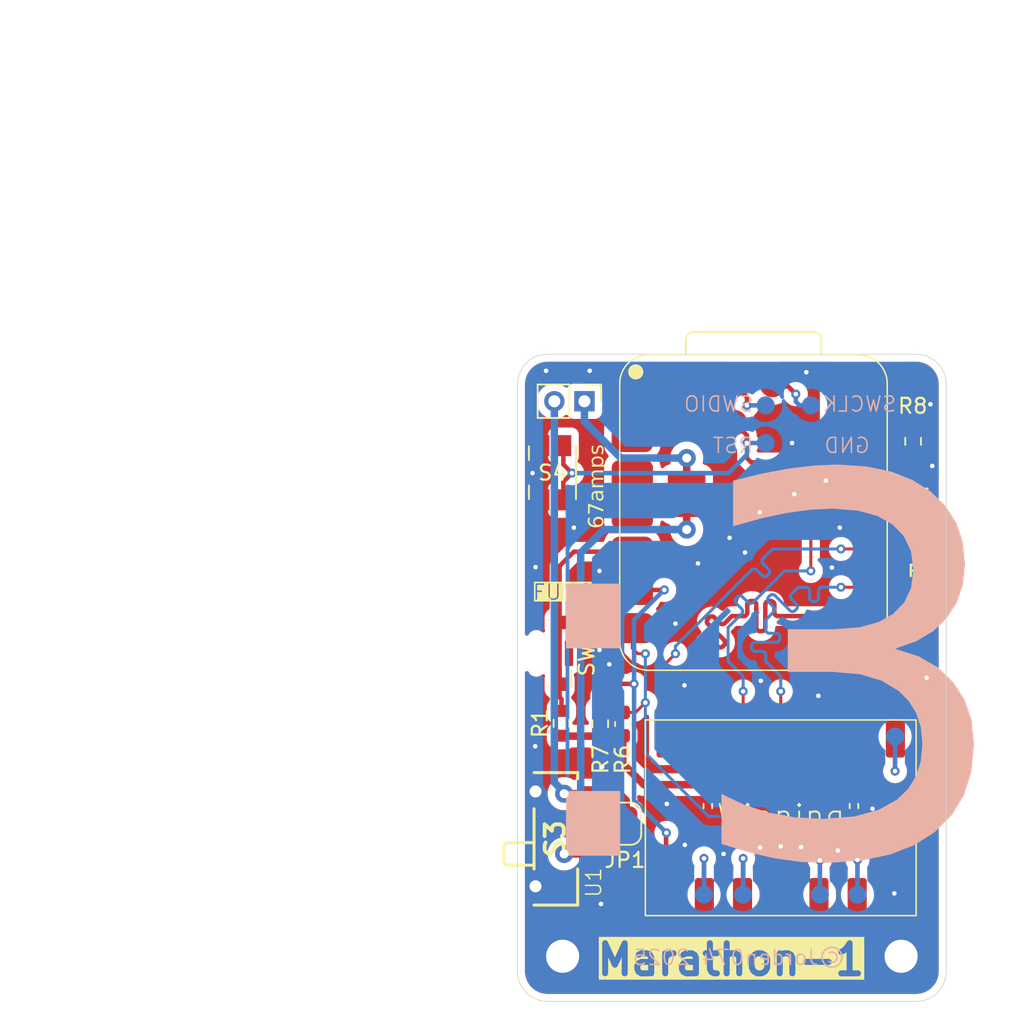
<source format=kicad_pcb>
(kicad_pcb (version 20241229) (generator "pcbnew") (generator_version "9.0")
  (title_block (title "Marathon-1") (company "© Jorden074 2025"))
  (layers (0 "F.Cu" mixed) (2 "B.Cu" mixed) (13 "F.Paste" user) (15 "B.Paste" user) (5 "F.SilkS" user "F.Silkscreen") (7 "B.SilkS" user "B.Silkscreen") (1 "F.Mask" user) (3 "B.Mask" user) (25 "Edge.Cuts" user))
  (net 0 "")
  (net 1 "SWCLK")
  (net 2 "SWDIO")
  (net 3 "GND")
  (net 4 "+3V3")
  (net 5 "RESET")
  (net 6 "SDO")
  (net 7 "unconnected-(U1-SDX-Pad12)")
  (net 8 "SCK")
  (net 9 "unconnected-(U1-OSDO-Pad1)")
  (net 10 "CLK_CTL")
  (net 11 "CS")
  (net 12 "unconnected-(U1-OCS-Pad8)")
  (net 13 "SDI")
  (net 14 "unconnected-(U1-SCX-Pad11)")
  (net 15 "unconnected-(U1-CLK-Pad9)")
  (net 16 "INT1")
  (net 17 "-BATT")
  (net 20 "+BATT")
  (net 21 "+5V")
  (net 27 "Net-(U2-P0.04_A4_D4_SDA)")
  (net 28 "Net-(JP1-A)")
  (footprint "Package_DFN_QFN:Kouno ICM-45686 + QMC6309 Module" (layer "F.Cu") (at 151.95 106.983125 -90)
    (property "Reference" "U1" (hide yes))
    (property "Value" "~" (hide yes))
    (fp_rect (start -6.5 -9) (end 6.5 9) (stroke (width 0.1)) (fill no) (layer "F.SilkS"))
    (pad "1" smd roundrect (at -5.47625 -7.62 270) (size 2.9525 1.27) (layers "F.Cu" "F.Mask" "F.Paste") (roundrect_rratio 0.15) (net 9 "unconnected-(U1-OSDO-Pad1)"))
    (pad "2" smd roundrect (at -5.47625 -5.08 270) (size 2.9525 1.27) (layers "F.Cu" "F.Mask" "F.Paste") (roundrect_rratio 0.15) (net 4 "+3V3"))
    (pad "3" smd roundrect (at -5.47625 -2.54 270) (size 2.9525 1.27) (layers "F.Cu" "F.Mask" "F.Paste") (roundrect_rratio 0.15) (net 3 "GND"))
    (pad "4" smd roundrect (at -5.47625 0 270) (size 2.9525 1.27) (layers "F.Cu" "F.Mask" "F.Paste") (roundrect_rratio 0.15) (net 8 "SCK"))
    (pad "5" smd roundrect (at -5.47625 2.54 270) (size 2.9525 1.27) (layers "F.Cu" "F.Mask" "F.Paste") (roundrect_rratio 0.15) (net 13 "SDI"))
    (pad "6" smd roundrect (at -5.47625 5.08 270) (size 2.9525 1.27) (layers "F.Cu" "F.Mask" "F.Paste") (roundrect_rratio 0.15) (net 11 "CS"))
    (pad "7" smd roundrect (at -5.47625 7.62 270) (size 2.9525 1.27) (layers "F.Cu" "F.Mask" "F.Paste") (roundrect_rratio 0.15) (net 6 "SDO"))
    (pad "8" smd roundrect (at 5.47625 -5.08 270) (size 2.9525 1.27) (layers "F.Cu" "F.Mask" "F.Paste") (roundrect_rratio 0.15) (net 12 "unconnected-(U1-OCS-Pad8)"))
    (pad "9" smd roundrect (at 5.47625 -2.54 270) (size 2.9525 1.27) (layers "F.Cu" "F.Mask" "F.Paste") (roundrect_rratio 0.15) (net 15 "unconnected-(U1-CLK-Pad9)"))
    (pad "10" smd roundrect (at 5.47625 0 270) (size 2.9525 1.27) (layers "F.Cu" "F.Mask" "F.Paste") (roundrect_rratio 0.15) (net 16 "INT1"))
    (pad "11" smd roundrect (at 5.47625 2.54 270) (size 2.9525 1.27) (layers "F.Cu" "F.Mask" "F.Paste") (roundrect_rratio 0.15) (net 14 "unconnected-(U1-SCX-Pad11)"))
    (pad "12" smd roundrect (at 5.47625 5.08 270) (size 2.9525 1.27) (layers "F.Cu" "F.Mask" "F.Paste") (roundrect_rratio 0.15) (net 7 "unconnected-(U1-SDX-Pad12)"))
    (pad "13" smd roundrect (at 5.47625 7.62 270) (size 2.9525 1.27) (layers "F.Cu" "F.Mask" "F.Paste") (roundrect_rratio 0.15) (net 10 "CLK_CTL"))
  )
  (footprint "EVQ_P7A01P:SW_EVQ-P7A01P" (layer "F.Cu") (at 136.775 84.058125 -90)
    (property "Reference" "S4" (at 0 0 0) (layer "F.SilkS"))
    (property "Value" "EVQ-P7A01P")
    (fp_line (start -0.85 1.5635) (end -1.75 1.5635) (stroke (width 0.127)) (layer "F.SilkS"))
    (fp_line (start 1.75 1.5635) (end 0.85 1.5635) (stroke (width 0.127)) (layer "F.SilkS"))
    (fp_line (start -1.75 -1.5635) (end 1.75 -1.5635) (stroke (width 0.127)) (layer "F.SilkS"))
    (pad "1_1" smd rect (at -1.8 -0.725 270) (size 1.4 1.05) (layers "F.Cu" "F.Mask" "F.Paste") (net 5 "RESET"))
    (pad "1_2" smd rect (at 1.8 -0.725 270) (size 1.4 1.05) (layers "F.Cu" "F.Mask" "F.Paste") (net 5 "RESET"))
    (pad "2_1" smd rect (at -1.8 0.725 270) (size 1.4 1.05) (layers "F.Cu" "F.Mask" "F.Paste") (net 3 "GND"))
    (pad "2_2" smd rect (at 1.8 0.725 270) (size 1.4 1.05) (layers "F.Cu" "F.Mask" "F.Paste") (net 3 "GND"))
  )
  (footprint "Seeed Studio XIAO Series Library:XIAO-nRF52840-SMD" (layer "F.Cu") (at 150.19285 86.763066)
    (property "Reference" "U2" (hide yes))
    (property "Value" "XIAO-nRF52840-SMD")
    (fp_line (start -8.945 8.513) (end -8.945 -8.632) (stroke (width 0.1)) (layer "F.SilkS"))
    (fp_line (start -7.04 10.418) (end 6.93 10.418) (stroke (width 0.1)) (layer "F.SilkS"))
    (fp_line (start -4.55 -10.537) (end -4.546272 -11.547272) (stroke (width 0.127)) (layer "F.SilkS"))
    (fp_line (start -4.046272 -12.047) (end 3.949 -12.047) (stroke (width 0.127)) (layer "F.SilkS"))
    (fp_line (start 4.449 -11.547) (end 4.449 -10.537) (stroke (width 0.127)) (layer "F.SilkS"))
    (fp_line (start 6.93 -10.537) (end -7.04 -10.537) (stroke (width 0.1)) (layer "F.SilkS"))
    (fp_line (start 8.835 8.513) (end 8.835 -8.632) (stroke (width 0.1)) (layer "F.SilkS"))
    (fp_arc (start -8.945 -8.636) (mid -8.387038 -9.983038) (end -7.04 -10.541) (stroke (width 0.1)) (layer "F.SilkS"))
    (fp_arc (start -7.04 10.418) (mid -8.387038 9.860038) (end -8.945 8.513) (stroke (width 0.1)) (layer "F.SilkS"))
    (fp_arc (start -4.546272 -11.547272) (mid -4.399724 -11.900644) (end -4.046272 -12.047) (stroke (width 0.127)) (layer "F.SilkS"))
    (fp_arc (start 3.949 -12.047) (mid 4.302524 -11.900524) (end 4.449 -11.547) (stroke (width 0.127)) (layer "F.SilkS"))
    (fp_arc (start 6.93 -10.537) (mid 8.277024 -9.979024) (end 8.835 -8.632) (stroke (width 0.1)) (layer "F.SilkS"))
    (fp_arc (start 8.835 8.513) (mid 8.277038 9.860038) (end 6.93 10.418) (stroke (width 0.1)) (layer "F.SilkS"))
    (fp_circle (center -7.881 -9.404) (end -7.881 -9.658) (stroke (width 0.5)) (fill yes) (layer "F.SilkS"))
    (pad "1" smd roundrect (at -8.11 -7.62) (size 2.75 2) (layers "F.Cu" "F.Mask" "F.Paste"))
    (pad "2" smd roundrect (at -8.11 -5.08) (size 2.75 2) (layers "F.Cu" "F.Mask" "F.Paste"))
    (pad "3" smd roundrect (at -8.11 -2.54) (size 2.75 2) (layers "F.Cu" "F.Mask" "F.Paste"))
    (pad "4" smd roundrect (at -8.11 0) (size 2.75 2) (layers "F.Cu" "F.Mask" "F.Paste"))
    (pad "5" smd roundrect (at -8.11 2.54) (size 2.75 2) (layers "F.Cu" "F.Mask" "F.Paste") (net 27 "Net-(U2-P0.04_A4_D4_SDA)"))
    (pad "6" smd roundrect (at -8.11 5.08) (size 2.75 2) (layers "F.Cu" "F.Mask" "F.Paste") (net 10 "CLK_CTL"))
    (pad "7" smd roundrect (at -8.11 7.62) (size 2.75 2) (layers "F.Cu" "F.Mask" "F.Paste") (net 16 "INT1"))
    (pad "8" smd roundrect (at 8.055 7.62) (size 2.75 2) (layers "F.Cu" "F.Mask" "F.Paste") (net 11 "CS"))
    (pad "9" smd roundrect (at 8.055 5.08) (size 2.75 2) (layers "F.Cu" "F.Mask" "F.Paste") (net 8 "SCK"))
    (pad "10" smd roundrect (at 8.055 2.54) (size 2.75 2) (layers "F.Cu" "F.Mask" "F.Paste") (net 6 "SDO"))
    (pad "11" smd roundrect (at 8.055 0) (size 2.75 2) (layers "F.Cu" "F.Mask" "F.Paste") (net 13 "SDI"))
    (pad "12" smd roundrect (at 8.055 -2.54) (size 2.75 2) (layers "F.Cu" "F.Mask" "F.Paste") (net 4 "+3V3"))
    (pad "13" smd roundrect (at 8.055 -5.08) (size 2.75 2) (layers "F.Cu" "F.Mask" "F.Paste") (net 3 "GND"))
    (pad "14" smd roundrect (at 8.055 -7.62) (size 2.75 2) (layers "F.Cu" "F.Mask" "F.Paste") (net 21 "+5V"))
    (pad "15" smd roundrect (at -4.5 -0.3135 180) (size 2.5 1.1) (layers "F.Cu" "F.Mask" "F.Paste") (net 28 "Net-(JP1-A)"))
    (pad "16" smd roundrect (at -4.5 -2.2185 180) (size 2.5 1.1) (layers "F.Cu" "F.Mask" "F.Paste") (net 17 "-BATT"))
    (pad "17" smd roundrect (at 3.755 9.2369 270) (size 2.5 1.1) (layers "F.Cu" "F.Mask" "F.Paste"))
    (pad "18" smd roundrect (at 5.66 9.2369 270) (size 2.5 1.1) (layers "F.Cu" "F.Mask" "F.Paste"))
    (pad "19" smd circle (at -1.325 -8.5685) (size 1.7 1.7) (layers "F.Cu" "F.Mask" "F.Paste") (net 2 "SWDIO"))
    (pad "20" smd circle (at 1.215 -8.5685) (size 1.7 1.7) (layers "F.Cu" "F.Mask" "F.Paste") (net 1 "SWCLK"))
    (pad "21" smd circle (at -1.325 -6.0285) (size 1.7 1.7) (layers "F.Cu" "F.Mask" "F.Paste") (net 5 "RESET"))
    (pad "22" smd circle (at 1.215 -6.0285) (size 1.7 1.7) (layers "F.Cu" "F.Mask" "F.Paste") (net 3 "GND"))
  )
  (footprint "MountingHole:MountingHole_2.2mm_M2_DIN965_Pad" (layer "F.Cu") (at 137.45 116.183125)
    (property "Reference" "H2" (hide yes))
    (property "Value" "MountingHole_Pad" (hide yes))
    (pad "1" thru_hole circle (at 0 0) (size 3.8 3.8) (drill 2.2) (layers "*.Cu" "*.Mask") (net 3 "GND"))
  )
  (footprint "MountingHole:MountingHole_2.2mm_M2_DIN965_Pad" (layer "F.Cu") (at 159.95 116.183125)
    (property "Reference" "H1" (hide yes))
    (property "Value" "MountingHole_Pad" (hide yes))
    (pad "1" thru_hole circle (at 0 0) (size 3.8 3.8) (drill 2.2) (layers "*.Cu" "*.Mask") (net 3 "GND"))
  )
  (footprint "Capacitor_SMD:C_0603_1608Metric" (layer "F.Cu") (at 141.45 100.758125 -90)
    (property "Reference" "R6" (at 2.35 0 90) (layer "F.SilkS"))
    (property "Value" "R")
    (fp_line (start -0.14058 0.51) (end 0.14058 0.51) (stroke (width 0.12)) (layer "F.SilkS"))
    (fp_line (start -0.14058 -0.51) (end 0.14058 -0.51) (stroke (width 0.12)) (layer "F.SilkS"))
    (pad "1" smd roundrect (at -0.775 0 270) (size 0.9 0.95) (layers "F.Cu" "F.Mask" "F.Paste") (net 16 "INT1"))
    (pad "2" smd roundrect (at 0.775 0 270) (size 0.9 0.95) (layers "F.Cu" "F.Mask" "F.Paste") (net 4 "+3V3"))
  )
  (footprint "Resistor_SMD:R_0603_1608Metric" (layer "F.Cu") (at 161.15 91.783125)
    (property "Reference" "R3" (at 0 -1.2 0) (layer "F.SilkS") (effects (font (size 0.75 0.75))))
    (property "Value" "R")
    (fp_line (start -0.237258 -0.5225) (end 0.237258 -0.5225) (stroke (width 0.12)) (layer "F.SilkS"))
    (fp_line (start -0.237258 0.5225) (end 0.237258 0.5225) (stroke (width 0.12)) (layer "F.SilkS"))
    (pad "1" smd roundrect (at -0.825 0) (size 0.8 0.95) (layers "F.Cu" "F.Mask" "F.Paste") (net 8 "SCK"))
    (pad "2" smd roundrect (at 0.825 0) (size 0.8 0.95) (layers "F.Cu" "F.Mask" "F.Paste") (net 4 "+3V3"))
  )
  (footprint "Resistor_SMD:R_0603_1608Metric" (layer "F.Cu") (at 137.375 100.708125 90)
    (property "Reference" "R1" (at 0 -1.43 90) (layer "F.SilkS"))
    (property "Value" "10k")
    (fp_line (start -0.237258 -0.5225) (end 0.237258 -0.5225) (stroke (width 0.12)) (layer "F.SilkS"))
    (fp_line (start -0.237258 0.5225) (end 0.237258 0.5225) (stroke (width 0.12)) (layer "F.SilkS"))
    (pad "1" smd roundrect (at -0.825 0 90) (size 0.8 0.95) (layers "F.Cu" "F.Mask" "F.Paste") (net 4 "+3V3"))
    (pad "2" smd roundrect (at 0.825 0 90) (size 0.8 0.95) (layers "F.Cu" "F.Mask" "F.Paste") (net 27 "Net-(U2-P0.04_A4_D4_SDA)"))
  )
  (footprint "Resistor_SMD:R_0603_1608Metric" (layer "F.Cu") (at 161.15 86.783125)
    (property "Reference" "R5" (at 0 -1.25 0) (layer "F.SilkS") (effects (font (size 0.75 0.75))))
    (property "Value" "R")
    (fp_line (start -0.237258 -0.5225) (end 0.237258 -0.5225) (stroke (width 0.12)) (layer "F.SilkS"))
    (fp_line (start -0.237258 0.5225) (end 0.237258 0.5225) (stroke (width 0.12)) (layer "F.SilkS"))
    (pad "1" smd roundrect (at -0.825 0) (size 0.8 0.95) (layers "F.Cu" "F.Mask" "F.Paste") (net 13 "SDI"))
    (pad "2" smd roundrect (at 0.825 0) (size 0.8 0.95) (layers "F.Cu" "F.Mask" "F.Paste") (net 4 "+3V3"))
  )
  (footprint "Resistor_SMD:R_0603_1608Metric" (layer "F.Cu") (at 139.95 100.733125 -90)
    (property "Reference" "R7" (at 2.375 -0.025 270) (layer "F.SilkS"))
    (property "Value" "R")
    (fp_line (start -0.237258 0.5225) (end 0.237258 0.5225) (stroke (width 0.12)) (layer "F.SilkS"))
    (fp_line (start -0.237258 -0.5225) (end 0.237258 -0.5225) (stroke (width 0.12)) (layer "F.SilkS"))
    (pad "1" smd roundrect (at -0.825 0 270) (size 0.8 0.95) (layers "F.Cu" "F.Mask" "F.Paste") (net 10 "CLK_CTL"))
    (pad "2" smd roundrect (at 0.825 0 270) (size 0.8 0.95) (layers "F.Cu" "F.Mask" "F.Paste") (net 4 "+3V3"))
  )
  (footprint "Resistor_SMD:R_0603_1608Metric" (layer "F.Cu") (at 160.75 81.973125 90)
    (property "Reference" "R8" (at 2.348125 -0.025 180) (layer "F.SilkS"))
    (property "Value" "10kΩ")
    (fp_line (start -0.237258 -0.5225) (end 0.237258 -0.5225) (stroke (width 0.12)) (layer "F.SilkS"))
    (fp_line (start -0.237258 0.5225) (end 0.237258 0.5225) (stroke (width 0.12)) (layer "F.SilkS"))
    (pad "1" smd roundrect (at -0.825 0 90) (size 0.8 0.95) (layers "F.Cu" "F.Mask" "F.Paste") (net 4 "+3V3"))
    (pad "2" smd roundrect (at 0.825 0 90) (size 0.8 0.95) (layers "F.Cu" "F.Mask" "F.Paste") (net 5 "RESET"))
  )
  (footprint "KiCad:SLW882292SMTTR" (layer "F.Cu") (at 136.5 108.383125 90)
    (property "Reference" "S3" (at 0 0.45 90) (layer "F.SilkS") (effects (font (size 1.27 1.27) (thickness 0.254))))
    (property "Value" "SLW-88229-2-SMT-TR" (hide yes))
    (fp_line (start -0.4 -2.95) (end -0.25 -2.75) (stroke (width 0.2)) (layer "F.SilkS"))
    (fp_line (start -1.6 -2.95) (end -0.4 -2.95) (stroke (width 0.2)) (layer "F.SilkS"))
    (fp_line (start -0.25 -2.75) (end -0.25 -0.95) (stroke (width 0.2)) (layer "F.SilkS"))
    (fp_line (start -1.75 -2.75) (end -1.6 -2.95) (stroke (width 0.2)) (layer "F.SilkS"))
    (fp_line (start 2 -0.95) (end -2 -0.95) (stroke (width 0.2)) (layer "F.SilkS"))
    (fp_line (start -1.75 -0.95) (end -1.75 -2.75) (stroke (width 0.2)) (layer "F.SilkS"))
    (fp_line (start -4.4 -0.95) (end -4.4 1.95) (stroke (width 0.2)) (layer "F.SilkS"))
    (fp_line (start 4.4 1.95) (end 4.4 -0.95) (stroke (width 0.2)) (layer "F.SilkS"))
    (fp_line (start 4 1.95) (end 4.4 1.95) (stroke (width 0.2)) (layer "F.SilkS"))
    (fp_line (start -4.4 1.95) (end -2 1.95) (stroke (width 0.2)) (layer "F.SilkS"))
    (fp_line (start -1 4.3) (end -1 4.3) (stroke (width 0.1)) (layer "F.SilkS"))
    (fp_line (start -1 4.4) (end -1 4.4) (stroke (width 0.1)) (layer "F.SilkS"))
    (fp_arc (start -1 4.3) (mid -0.95 4.35) (end -1 4.4) (stroke (width 0.1)) (layer "F.SilkS"))
    (fp_arc (start -1 4.4) (mid -1.05 4.35) (end -1 4.3) (stroke (width 0.1)) (layer "F.SilkS"))
    (pad "1" smd rect (at -1 2.95 90) (size 1 1.8) (layers "F.Cu" "F.Mask" "F.Paste") (net 28 "Net-(JP1-A)"))
    (pad "2" smd rect (at 1 2.95 90) (size 1 1.8) (layers "F.Cu" "F.Mask" "F.Paste"))
    (pad "3" smd rect (at 3 2.95 90) (size 1 1.8) (layers "F.Cu" "F.Mask" "F.Paste") (net 20 "+BATT"))
    (pad "MH1" thru_hole circle (at -3.15 -0.85 90) (size 1.3 1.3) (drill 0.8) (layers "*.Cu" "*.Mask") (net 3 "GND"))
    (pad "MH2" thru_hole circle (at 3.15 -0.85 90) (size 1.3 1.3) (drill 0.8) (layers "*.Cu" "*.Mask") (net 3 "GND"))
  )
  (footprint "Button_Switch_SMD:SW_SPST_CK_KMS2xxGP" (layer "F.Cu") (at 136.45 96.058125 -90)
    (property "Reference" "SW1" (at 0 -2.6 90) (layer "F.SilkS"))
    (property "Value" "SW_Push")
    (fp_line (start -2.21 -0.04) (end -2.21 0.04) (stroke (width 0.12)) (layer "F.SilkS"))
    (fp_line (start 2.21 -0.04) (end 2.21 0.04) (stroke (width 0.12)) (layer "F.SilkS"))
    (fp_line (start -2.21 -1.56) (end -1.11 -1.56) (stroke (width 0.12)) (layer "F.SilkS"))
    (fp_line (start 1.11 -1.56) (end 2.21 -1.56) (stroke (width 0.12)) (layer "F.SilkS"))
    (pad "" np_thru_hole circle (at -0.975 0.75 270) (size 0.9 0.9) (drill 0.9) (layers "*.Cu" "*.Mask"))
    (pad "" np_thru_hole circle (at 0.975 0.75 270) (size 0.9 0.9) (drill 0.9) (layers "*.Cu" "*.Mask"))
    (pad "1" smd roundrect (at -2.05 -0.8 270) (size 0.9 1) (layers "F.Cu" "F.Mask" "F.Paste") (roundrect_rratio 0.15) (net 27 "Net-(U2-P0.04_A4_D4_SDA)"))
    (pad "1" smd roundrect (at 2.05 -0.8 270) (size 0.9 1) (layers "F.Cu" "F.Mask" "F.Paste") (roundrect_rratio 0.15) (net 27 "Net-(U2-P0.04_A4_D4_SDA)"))
    (pad "2" smd roundrect (at -2.05 0.8 270) (size 0.9 1) (layers "F.Cu" "F.Mask" "F.Paste") (roundrect_rratio 0.15) (net 3 "GND"))
    (pad "2" smd roundrect (at 2.05 0.8 270) (size 0.9 1) (layers "F.Cu" "F.Mask" "F.Paste") (roundrect_rratio 0.15) (net 3 "GND"))
    (pad "SH" smd roundrect (at 0 -1.425 270) (size 1.7 0.55) (layers "F.Cu" "F.Mask" "F.Paste") (roundrect_rratio 0.15))
  )
  (footprint "Resistor_SMD:R_0603_1608Metric" (layer "F.Cu") (at 161.15 89.283125)
    (property "Reference" "R4" (at 0 -1.225 0) (layer "F.SilkS") (effects (font (size 0.75 0.75))))
    (property "Value" "R")
    (fp_line (start -0.237258 -0.5225) (end 0.237258 -0.5225) (stroke (width 0.12)) (layer "F.SilkS"))
    (fp_line (start -0.237258 0.5225) (end 0.237258 0.5225) (stroke (width 0.12)) (layer "F.SilkS"))
    (pad "1" smd roundrect (at -0.825 0) (size 0.8 0.95) (layers "F.Cu" "F.Mask" "F.Paste") (net 6 "SDO"))
    (pad "2" smd roundrect (at 0.825 0) (size 0.8 0.95) (layers "F.Cu" "F.Mask" "F.Paste") (net 4 "+3V3"))
  )
  (footprint "Resistor_SMD:R_0603_1608Metric" (layer "F.Cu") (at 161.15 94.383125)
    (property "Reference" "R2" (at 0 -1.25 0) (layer "F.SilkS") (effects (font (size 0.75 0.75))))
    (property "Value" "R")
    (fp_line (start -0.237258 -0.5225) (end 0.237258 -0.5225) (stroke (width 0.12)) (layer "F.SilkS"))
    (fp_line (start -0.237258 0.5225) (end 0.237258 0.5225) (stroke (width 0.12)) (layer "F.SilkS"))
    (pad "1" smd roundrect (at -0.825 0) (size 0.8 0.95) (layers "F.Cu" "F.Mask" "F.Paste") (net 11 "CS"))
    (pad "2" smd roundrect (at 0.825 0) (size 0.8 0.95) (layers "F.Cu" "F.Mask" "F.Paste") (net 4 "+3V3"))
  )
  (footprint "Connector_PinHeader_2.00mm:PinHeader_1x02_P2.00mm_Vertical" (layer "F.Cu") (at 138.9 79.308125 -90)
    (property "Reference" "J1" (hide yes))
    (property "Value" "Conn_01x02_Pin" (hide yes))
    (fp_line (start -1.11 3.11) (end 1.11 3.11) (stroke (width 0.12)) (layer "F.SilkS"))
    (fp_line (start -1.11 1) (end -1.11 3.11) (stroke (width 0.12)) (layer "F.SilkS"))
    (fp_line (start -1.11 1) (end 1.11 1) (stroke (width 0.12)) (layer "F.SilkS"))
    (fp_line (start 1.11 1) (end 1.11 3.11) (stroke (width 0.12)) (layer "F.SilkS"))
    (fp_line (start -1.11 0) (end -1.11 -1.11) (stroke (width 0.12)) (layer "F.SilkS"))
    (fp_line (start -1.11 -1.11) (end 0 -1.11) (stroke (width 0.12)) (layer "F.SilkS"))
    (pad "1" thru_hole rect (at 0 0 270) (size 1.35 1.35) (drill 0.8) (layers "*.Cu" "*.Mask") (net 17 "-BATT"))
    (pad "2" thru_hole circle (at 0 2 270) (size 1.35 1.35) (drill 0.8) (layers "*.Cu" "*.Mask") (net 20 "+BATT"))
  )
  (footprint "Jumper:SolderJumper-2_P1.3mm_Open_RoundedPad1.0x1.5mm" (layer "F.Cu") (at 141.675 107.375 90)
    (property "Reference" "JP1" (at -2.416875 -0.075 0) (layer "F.SilkS"))
    (property "Value" "+BATT Jumper" (hide yes))
    (fp_line (start -0.7 -1) (end 0.7 -1) (stroke (width 0.12)) (layer "F.SilkS"))
    (fp_line (start 1.4 -0.3) (end 1.4 0.3) (stroke (width 0.12)) (layer "F.SilkS"))
    (fp_line (start -1.4 0.3) (end -1.4 -0.3) (stroke (width 0.12)) (layer "F.SilkS"))
    (fp_line (start 0.7 1) (end -0.7 1) (stroke (width 0.12)) (layer "F.SilkS"))
    (fp_arc (start 0.7 -1) (mid 1.194975 -0.794975) (end 1.4 -0.3) (stroke (width 0.12)) (layer "F.SilkS"))
    (fp_arc (start -1.4 -0.3) (mid -1.194975 -0.794975) (end -0.7 -1) (stroke (width 0.12)) (layer "F.SilkS"))
    (fp_arc (start 1.4 0.3) (mid 1.194975 0.794975) (end 0.7 1) (stroke (width 0.12)) (layer "F.SilkS"))
    (fp_arc (start -0.7 1) (mid -1.194975 0.794975) (end -1.4 0.3) (stroke (width 0.12)) (layer "F.SilkS"))
    (pad "1" smd custom (at -0.65 0 90) (size 1 0.5) (layers "F.Cu" "F.Mask") (net 28 "Net-(JP1-A)") (options (clearance outline) (anchor rect)) (primitives (gr_circle (center 0 0.25) (end 0.5 0.25) (width 0) (fill yes)) (gr_circle (center 0 -0.25) (end 0.5 -0.25) (width 0) (fill yes)) (gr_poly (pts (xy 0.5 0.75) (xy 0 0.75) (xy 0 -0.75) (xy 0.5 -0.75)) (width 0) (fill yes))))
    (pad "2" smd custom (at 0.65 0 90) (size 1 0.5) (layers "F.Cu" "F.Mask") (net 20 "+BATT") (options (clearance outline) (anchor rect)) (primitives (gr_circle (center 0 0.25) (end 0.5 0.25) (width 0) (fill yes)) (gr_circle (center 0 -0.25) (end 0.5 -0.25) (width 0) (fill yes)) (gr_poly (pts (xy 0 0.75) (xy -0.5 0.75) (xy -0.5 -0.75) (xy 0 -0.75)) (width 0) (fill yes))))
  )
  (gr_circle (center 153.95 82.083125) (end 154.45 82.083125) (stroke (width 0.2)) (fill yes) (layer "B.Cu") (net 3))
  (gr_circle (center 157.05 112.083125) (end 157.55 112.083125) (stroke (width 0.2)) (fill yes) (layer "B.Cu") (net 12))
  (gr_circle (center 154.55 112.083125) (end 155.05 112.083125) (stroke (width 0.2)) (fill yes) (layer "B.Cu") (net 15))
  (gr_circle (center 150.95 82.083125) (end 151.45 82.083125) (stroke (width 0.2)) (fill yes) (layer "B.Cu") (net 5))
  (gr_circle (center 149.45 112.083125) (end 149.95 112.083125) (stroke (width 0.2)) (fill yes) (layer "B.Cu") (net 14))
  (gr_circle (center 153.95 79.583125) (end 154.45 79.583125) (stroke (width 0.2)) (fill yes) (layer "B.Cu") (net 1))
  (gr_circle (center 159.55 101.583125) (end 160.05 101.583125) (stroke (width 0.2)) (fill yes) (layer "B.Cu") (net 9))
  (gr_circle (center 146.85 112.083125) (end 147.35 112.083125) (stroke (width 0.2)) (fill yes) (layer "B.Cu") (net 7))
  (gr_circle (center 150.95 79.583125) (end 151.45 79.583125) (stroke (width 0.2)) (fill yes) (layer "B.Cu") (net 2))
  (gr_arc (start 134.45 78.183125) (mid 135.035786 76.768911) (end 136.45 76.183125) (stroke (width 0.05)) (layer "Edge.Cuts"))
  (gr_arc (start 160.95 76.183125) (mid 162.364214 76.768911) (end 162.95 78.183125) (stroke (width 0.05)) (layer "Edge.Cuts"))
  (gr_line (start 160.95 119.183125) (end 136.45 119.183125) (stroke (width 0.05)) (layer "Edge.Cuts"))
  (gr_arc (start 162.95 117.183125) (mid 162.364214 118.597339) (end 160.95 119.183125) (stroke (width 0.05)) (layer "Edge.Cuts"))
  (gr_line (start 134.45 117.183125) (end 134.45 78.183125) (stroke (width 0.05)) (layer "Edge.Cuts"))
  (gr_line (start 162.95 78.183125) (end 162.95 117.183125) (stroke (width 0.05)) (layer "Edge.Cuts"))
  (gr_line (start 136.45 76.183125) (end 160.95 76.183125) (stroke (width 0.05)) (layer "Edge.Cuts"))
  (gr_arc (start 136.45 119.183125) (mid 135.035786 118.597339) (end 134.45 117.183125) (stroke (width 0.05)) (layer "Edge.Cuts"))
  (gr_text "U1" (at 140.1 112.35 90) (layer "F.SilkS") (effects (font (size 1 1) (thickness 0.1)) (justify left bottom)))
  (gr_text "67amps" (at 140.325 87.783125 90) (layer "F.SilkS") (effects (font (size 1 1) (thickness 0.1)) (justify left bottom)))
  (gr_text "FUNC" (at 135.4 92.583125 0) (layer "F.SilkS" knockout) (effects (font (size 1 1) (thickness 0.1)) (justify left bottom)))
  (gr_text "{dblquote}Winning{dblquote}" (at 146.45 107.75 0) (layer "F.SilkS") (effects (font (size 1.5 1.5) (thickness 0.125)) (justify left bottom)))
  (gr_text "Marathon-1" (at 139.55 117.583125 0) (layer "F.SilkS" knockout) (effects (font (size 2 1.95) (thickness 0.4) (bold yes)) (justify left bottom)))
  (gr_text "RST" (at 150.2 82.833125 0) (layer "B.SilkS") (effects (font (size 1 1) (thickness 0.1)) (justify left bottom mirror)))
  (gr_text "©Jorden074 2025" (at 156.275 116.85 0) (layer "B.SilkS") (effects (font (size 1 1) (thickness 0.1)) (justify left bottom mirror)))
  (gr_text "GND" (at 157.95 82.833125 0) (layer "B.SilkS") (effects (font (size 1 1) (thickness 0.1)) (justify left bottom mirror)))
  (gr_text ":3" (at 133.575 113.75 0) (layer "B.SilkS") (effects (font (size 25 25) (thickness 1)) (justify left bottom)))
  (gr_text "SWDIO" (at 150.2 80.083125 0) (layer "B.SilkS") (effects (font (size 1 1) (thickness 0.1)) (justify left bottom mirror)))
  (gr_text "SWCLK" (at 159.7 80.083125 0) (layer "B.SilkS") (effects (font (size 1 1) (thickness 0.1)) (justify left bottom mirror)))
  (segment (start 152.95 78.833125) (end 152.45 78.333125) (width 0.3) (layer "F.Cu") (net 1))
  (segment (start 152.45 78.333125) (end 151.546409 78.333125) (width 0.3) (layer "F.Cu") (net 1))
  (via (at 152.95 78.833125) (size 0.6) (drill 0.3) (layers "F.Cu" "B.Cu") (net 1))
  (segment (start 152.95 78.833125) (end 152.95 79.333125) (width 0.3) (layer "B.Cu") (net 1))
  (segment (start 153.2 79.583125) (end 153.95 79.583125) (width 0.3) (layer "B.Cu") (net 1))
  (segment (start 152.95 79.333125) (end 153.2 79.583125) (width 0.3) (layer "B.Cu") (net 1))
  (segment (start 149.7 79.026716) (end 148.86785 78.194566) (width 0.3) (layer "F.Cu") (net 2))
  (segment (start 149.7 79.583125) (end 149.7 79.026716) (width 0.3) (layer "F.Cu") (net 2))
  (via (at 149.7 79.583125) (size 0.6) (drill 0.3) (layers "F.Cu" "B.Cu") (net 2))
  (segment (start 149.7 79.583125) (end 150.95 79.583125) (width 0.3) (layer "B.Cu") (net 2))
  (via (at 145.575 108.783125) (size 0.6) (drill 0.3) (layers "F.Cu" "B.Cu") (net 3))
  (via (at 148.55 88.383125) (size 0.6) (drill 0.3) (layers "F.Cu" "B.Cu") (net 3))
  (via (at 139.25 77.283125) (size 0.6) (drill 0.3) (layers "F.Cu" "B.Cu") (net 3))
  (via (at 154.45 98.883125) (size 0.6) (drill 0.3) (layers "F.Cu" "B.Cu") (net 3))
  (via (at 135.625 102.233125) (size 0.6) (drill 0.3) (layers "F.Cu" "B.Cu") (net 3))
  (via (at 159.5 112.008125) (size 0.6) (drill 0.3) (layers "F.Cu" "B.Cu") (net 3))
  (via (at 152.85 85.483125) (size 0.6) (drill 0.3) (layers "F.Cu" "B.Cu") (net 3))
  (via (at 139.9 95.833125) (size 0.6) (drill 0.3) (layers "F.Cu" "B.Cu") (net 3))
  (via (at 146.45 90.083125) (size 0.6) (drill 0.3) (layers "F.Cu" "B.Cu") (net 3))
  (via (at 161.9 79.508125) (size 0.6) (drill 0.3) (layers "F.Cu" "B.Cu") (net 3))
  (via (at 155.875 87.708125) (size 0.6) (drill 0.3) (layers "F.Cu" "B.Cu") (net 3))
  (via (at 140 112.708125) (size 0.6) (drill 0.3) (layers "F.Cu" "B.Cu") (net 3))
  (via (at 135.45 84.083125) (size 0.6) (drill 0.3) (layers "F.Cu" "B.Cu") (net 3))
  (via (at 153.65 77.383125) (size 0.6) (drill 0.3) (layers "F.Cu" "B.Cu") (net 3))
  (via (at 138.2 87.708125) (size 0.6) (drill 0.3) (layers "F.Cu" "B.Cu") (net 3))
  (via (at 135.65 90.333125) (size 0.6) (drill 0.3) (layers "F.Cu" "B.Cu") (net 3))
  (via (at 161.65 97.683125) (size 0.6) (drill 0.3) (layers "F.Cu" "B.Cu") (net 3))
  (via (at 139.9 90.583125) (size 0.6) (drill 0.3) (layers "F.Cu" "B.Cu") (net 3))
  (via (at 152.7 82.083125) (size 0.6) (drill 0.3) (layers "F.Cu" "B.Cu") (net 3))
  (via (at 148.15 109.383125) (size 0.6) (drill 0.3) (layers "F.Cu" "B.Cu") (net 3))
  (via (at 150.575 108.958125) (size 0.6) (drill 0.3) (layers "F.Cu" "B.Cu") (net 3))
  (via (at 144.375 106.058125) (size 0.6) (drill 0.3) (layers "F.Cu" "B.Cu") (net 3))
  (via (at 150.625 97.883125) (size 0.6) (drill 0.3) (layers "F.Cu" "B.Cu") (net 3))
  (via (at 162.025 83.608125) (size 0.6) (drill 0.3) (layers "F.Cu" "B.Cu") (net 3))
  (via (at 155.35 90.358125) (size 0.6) (drill 0.3) (layers "F.Cu" "B.Cu") (net 3))
  (via (at 158.05 106.383125) (size 0.6) (drill 0.3) (layers "F.Cu" "B.Cu") (net 3))
  (via (at 150.55 86.683125) (size 0.6) (drill 0.3) (layers "F.Cu" "B.Cu") (net 3))
  (via (at 144.95 94.083125) (size 0.6) (drill 0.3) (layers "F.Cu" "B.Cu") (net 3))
  (via (at 140.55 96.783125) (size 0.6) (drill 0.3) (layers "F.Cu" "B.Cu") (net 3))
  (via (at 149.575 89.358125) (size 0.6) (drill 0.3) (layers "F.Cu" "B.Cu") (net 3))
  (via (at 145.55 98.183125) (size 0.6) (drill 0.3) (layers "F.Cu" "B.Cu") (net 3))
  (via (at 136.35 77.283125) (size 0.6) (drill 0.3) (layers "F.Cu" "B.Cu") (net 3))
  (via (at 140.075 103.608125) (size 0.6) (drill 0.3) (layers "F.Cu" "B.Cu") (net 3))
  (via (at 154.95 84.583125) (size 0.6) (drill 0.3) (layers "F.Cu" "B.Cu") (net 3))
  (via (at 153.3 108.933125) (size 0.6) (drill 0.3) (layers "F.Cu" "B.Cu") (net 3))
  (via (at 155.75 109.158125) (size 0.6) (drill 0.3) (layers "F.Cu" "B.Cu") (net 3))
  (segment (start 152.7 82.083125) (end 153.95 82.083125) (width 0.3) (layer "B.Cu") (net 3))
  (segment (start 139.95 101.558125) (end 137.4 101.558125) (width 0.5) (layer "F.Cu") (net 4))
  (segment (start 157.03 101.506875) (end 157.03 99.103125) (width 0.5) (layer "F.Cu") (net 4))
  (segment (start 157.03 99.103125) (end 158.45 97.683125) (width 0.5) (layer "F.Cu") (net 4))
  (segment (start 161.975 95.693659) (end 159.985534 97.683125) (width 0.5) (layer "F.Cu") (net 4))
  (segment (start 141.45 103.383125) (end 141.45 101.558125) (width 0.5) (layer "F.Cu") (net 4))
  (segment (start 160.05 84.223066) (end 158.24785 84.223066) (width 0.5) (layer "F.Cu") (net 4))
  (segment (start 161.975 85.333125) (end 161.975 86.783125) (width 0.5) (layer "F.Cu") (net 4))
  (segment (start 158.45 97.683125) (end 159.985534 97.683125) (width 0.5) (layer "F.Cu") (net 4))
  (segment (start 160.05 84.223066) (end 160.864941 84.223066) (width 0.5) (layer "F.Cu") (net 4))
  (segment (start 157.03 103.503125) (end 155.75 104.783125) (width 0.5) (layer "F.Cu") (net 4))
  (segment (start 160.75 83.523066) (end 160.75 82.798125) (width 0.5) (layer "F.Cu") (net 4))
  (segment (start 155.75 104.783125) (end 142.85 104.783125) (width 0.5) (layer "F.Cu") (net 4))
  (segment (start 142.85 104.783125) (end 141.45 103.383125) (width 0.5) (layer "F.Cu") (net 4))
  (segment (start 160.864941 84.223066) (end 161.975 85.333125) (width 0.5) (layer "F.Cu") (net 4))
  (segment (start 161.975 86.783125) (end 161.975 94.383125) (width 0.5) (layer "F.Cu") (net 4))
  (segment (start 160.75 83.523066) (end 160.05 84.223066) (width 0.5) (layer "F.Cu") (net 4))
  (segment (start 161.975 94.383125) (end 161.975 95.693659) (width 0.5) (layer "F.Cu") (net 4))
  (segment (start 157.03 101.506875) (end 157.03 103.503125) (width 0.5) (layer "F.Cu") (net 4))
  (segment (start 141.45 101.533125) (end 139.975 101.533125) (width 0.5) (layer "F.Cu") (net 4))
  (segment (start 155.2 77.883125) (end 155.2 81.583125) (width 0.3) (layer "F.Cu") (net 5))
  (segment (start 160.75 78.383125) (end 159.55 77.183125) (width 0.3) (layer "F.Cu") (net 5))
  (segment (start 137.5 83.508125) (end 137.5 82.258125) (width 0.3) (layer "F.Cu") (net 5))
  (segment (start 138.075 84.083125) (end 137.5 83.508125) (width 0.3) (layer "F.Cu") (net 5))
  (segment (start 149.7 82.083125) (end 149.7 81.566716) (width 0.3) (layer "F.Cu") (net 5))
  (segment (start 155.9 77.183125) (end 155.2 77.883125) (width 0.3) (layer "F.Cu") (net 5))
  (segment (start 159.55 77.183125) (end 155.9 77.183125) (width 0.3) (layer "F.Cu") (net 5))
  (segment (start 153.415 83.368125) (end 149.985 83.368125) (width 0.3) (layer "F.Cu") (net 5))
  (segment (start 155.2 81.583125) (end 153.415 83.368125) (width 0.3) (layer "F.Cu") (net 5))
  (segment (start 137.5 84.658125) (end 137.5 85.858125) (width 0.3) (layer "F.Cu") (net 5))
  (segment (start 149.7 81.566716) (end 148.86785 80.734566) (width 0.3) (layer "F.Cu") (net 5))
  (segment (start 149.7 83.083125) (end 149.7 82.083125) (width 0.3) (layer "F.Cu") (net 5))
  (segment (start 138.075 84.083125) (end 137.5 84.658125) (width 0.3) (layer "F.Cu") (net 5))
  (segment (start 149.985 83.368125) (end 149.7 83.083125) (width 0.3) (layer "F.Cu") (net 5))
  (segment (start 160.75 81.463125) (end 160.75 78.383125) (width 0.3) (layer "F.Cu") (net 5))
  (via (at 138.075 84.083125) (size 0.6) (drill 0.3) (layers "F.Cu" "B.Cu") (net 5))
  (via (at 149.7 82.083125) (size 0.6) (drill 0.3) (layers "F.Cu" "B.Cu") (net 5))
  (segment (start 149.7 82.858125) (end 148.475 84.083125) (width 0.3) (layer "B.Cu") (net 5))
  (segment (start 149.7 82.083125) (end 150.95 82.083125) (width 0.3) (layer "B.Cu") (net 5))
  (segment (start 149.7 82.858125) (end 149.7 82.083125) (width 0.3) (layer "B.Cu") (net 5))
  (segment (start 148.475 84.083125) (end 138.075 84.083125) (width 0.3) (layer "B.Cu") (net 5))
  (segment (start 155.95 89.123125) (end 158.067909 89.123125) (width 0.2) (layer "F.Cu") (net 6))
  (segment (start 144.33 96.703125) (end 144.95 96.083125) (width 0.2) (layer "F.Cu") (net 6))
  (segment (start 160.64 89.283125) (end 158.267791 89.283125) (width 0.2) (layer "F.Cu") (net 6))
  (segment (start 144.33 101.506875) (end 144.33 96.703125) (width 0.2) (layer "F.Cu") (net 6))
  (via (at 155.95 89.123125) (size 0.6) (drill 0.3) (layers "F.Cu" "B.Cu") (net 6))
  (via (at 144.95 96.083125) (size 0.6) (drill 0.3) (layers "F.Cu" "B.Cu") (net 6))
  (segment (start 151.058202 90.889135) (end 151.143054 90.804282) (width 0.2) (layer "B.Cu") (net 6))
  (segment (start 150.775358 89.757763) (end 150.860213 89.672911) (width 0.2) (layer "B.Cu") (net 6))
  (segment (start 150.351096 90.52144) (end 150.718791 90.889135) (width 0.2) (layer "B.Cu") (net 6))
  (segment (start 151.143054 90.46487) (end 150.775358 90.097174) (width 0.2) (layer "B.Cu") (net 6))
  (segment (start 150.860213 89.672911) (end 151.41 89.123125) (width 0.2) (layer "B.Cu") (net 6))
  (segment (start 144.95 96.083125) (end 144.95 95.583125) (width 0.2) (layer "B.Cu") (net 6))
  (segment (start 144.95 95.583125) (end 150.011685 90.52144) (width 0.2) (layer "B.Cu") (net 6))
  (segment (start 151.41 89.123125) (end 155.95 89.123125) (width 0.2) (layer "B.Cu") (net 6))
  (arc (start 151.143054 90.804282) (mid 151.213349 90.634576) (end 151.143054 90.46487) (width 0.2) (layer "B.Cu") (net 6))
  (arc (start 150.718791 90.889135) (mid 150.888497 90.959429) (end 151.058202 90.889135) (width 0.2) (layer "B.Cu") (net 6))
  (arc (start 150.775358 90.097174) (mid 150.705063 89.927469) (end 150.775358 89.757763) (width 0.2) (layer "B.Cu") (net 6))
  (arc (start 150.011685 90.52144) (mid 150.18139 90.451146) (end 150.351096 90.52144) (width 0.2) (layer "B.Cu") (net 6))
  (segment (start 146.849997 109.683125) (end 146.85 109.683128) (width 0.3) (layer "F.Cu") (net 7))
  (segment (start 146.85 109.683128) (end 146.85 112.439375) (width 0.3) (layer "F.Cu") (net 7))
  (via (at 146.849997 109.683125) (size 0.6) (drill 0.3) (layers "F.Cu" "B.Cu") (net 7))
  (segment (start 146.849997 109.683125) (end 146.849997 112.083122) (width 0.3) (layer "B.Cu") (net 7))
  (segment (start 146.849997 112.083122) (end 146.85 112.083125) (width 0.3) (layer "B.Cu") (net 7))
  (segment (start 160.64 91.783125) (end 158.307791 91.783125) (width 0.2) (layer "F.Cu") (net 8))
  (segment (start 160.580059 91.843066) (end 160.64 91.783125) (width 0.2) (layer "F.Cu") (net 8))
  (segment (start 151.95 98.583125) (end 151.95 101.506875) (width 0.2) (layer "F.Cu") (net 8))
  (segment (start 155.95 91.663125) (end 158.067909 91.663125) (width 0.2) (layer "F.Cu") (net 8))
  (via (at 151.95 98.583125) (size 0.6) (drill 0.3) (layers "F.Cu" "B.Cu") (net 8))
  (via (at 155.95 91.663125) (size 0.6) (drill 0.3) (layers "F.Cu" "B.Cu") (net 8))
  (segment (start 150.71 95.923125) (end 150.247667 95.923125) (width 0.2) (layer "B.Cu") (net 8))
  (segment (start 152.902438 93.21333) (end 152.987289 93.128478) (width 0.2) (layer "B.Cu") (net 8))
  (segment (start 150.247667 95.323125) (end 151.652333 95.323125) (width 0.2) (layer "B.Cu") (net 8))
  (segment (start 153.12 91.663125) (end 153.62 91.663125) (width 0.2) (layer "B.Cu") (net 8))
  (segment (start 151.892333 95.083125) (end 151.892333 94.963125) (width 0.2) (layer "B.Cu") (net 8))
  (segment (start 150.95 96.583125) (end 150.95 96.163125) (width 0.2) (layer "B.Cu") (net 8))
  (segment (start 151.652333 94.723125) (end 151.19 94.723125) (width 0.2) (layer "B.Cu") (net 8))
  (segment (start 151.95 97.583125) (end 150.95 96.583125) (width 0.2) (layer "B.Cu") (net 8))
  (segment (start 152.98729 92.789066) (end 152.66038 92.462156) (width 0.2) (layer "B.Cu") (net 8))
  (segment (start 154.7 91.663125) (end 155.95 91.663125) (width 0.2) (layer "B.Cu") (net 8))
  (segment (start 151.145554 92.304978) (end 151.230408 92.220125) (width 0.2) (layer "B.Cu") (net 8))
  (segment (start 154.1 92.605458) (end 154.22 92.605458) (width 0.2) (layer "B.Cu") (net 8))
  (segment (start 154.46 92.365458) (end 154.46 91.903125) (width 0.2) (layer "B.Cu") (net 8))
  (segment (start 150.95 94.483125) (end 150.95 93.833125) (width 0.2) (layer "B.Cu") (net 8))
  (segment (start 151.56982 92.220125) (end 152.563026 93.21333) (width 0.2) (layer "B.Cu") (net 8))
  (segment (start 151.95 98.583125) (end 151.95 97.583125) (width 0.2) (layer "B.Cu") (net 8))
  (segment (start 152.66038 92.122744) (end 153.12 91.663125) (width 0.2) (layer "B.Cu") (net 8))
  (segment (start 153.86 91.903125) (end 153.86 92.365458) (width 0.2) (layer "B.Cu") (net 8))
  (segment (start 150.95 93.833125) (end 151.387586 93.395538) (width 0.2) (layer "B.Cu") (net 8))
  (segment (start 150.007667 95.683125) (end 150.007667 95.563125) (width 0.2) (layer "B.Cu") (net 8))
  (segment (start 151.387586 93.395538) (end 151.472438 93.310684) (width 0.2) (layer "B.Cu") (net 8))
  (segment (start 151.472438 92.971273) (end 151.145554 92.644389) (width 0.2) (layer "B.Cu") (net 8))
  (arc (start 151.472438 93.310684) (mid 151.542732 93.140979) (end 151.472438 92.971273) (width 0.2) (layer "B.Cu") (net 8))
  (arc (start 150.007667 95.563125) (mid 150.077961 95.393419) (end 150.247667 95.323125) (width 0.2) (layer "B.Cu") (net 8))
  (arc (start 152.563026 93.21333) (mid 152.732731 93.283626) (end 152.902438 93.21333) (width 0.2) (layer "B.Cu") (net 8))
  (arc (start 151.892333 94.963125) (mid 151.822039 94.793419) (end 151.652333 94.723125) (width 0.2) (layer "B.Cu") (net 8))
  (arc (start 151.230408 92.220125) (mid 151.400114 92.14983) (end 151.56982 92.220125) (width 0.2) (layer "B.Cu") (net 8))
  (arc (start 150.95 96.163125) (mid 150.879706 95.993419) (end 150.71 95.923125) (width 0.2) (layer "B.Cu") (net 8))
  (arc (start 154.46 91.903125) (mid 154.530294 91.733419) (end 154.7 91.663125) (width 0.2) (layer "B.Cu") (net 8))
  (arc (start 152.66038 92.462156) (mid 152.590084 92.292451) (end 152.66038 92.122744) (width 0.2) (layer "B.Cu") (net 8))
  (arc (start 153.62 91.663125) (mid 153.789706 91.733419) (end 153.86 91.903125) (width 0.2) (layer "B.Cu") (net 8))
  (arc (start 151.652333 95.323125) (mid 151.822039 95.252831) (end 151.892333 95.083125) (width 0.2) (layer "B.Cu") (net 8))
  (arc (start 154.22 92.605458) (mid 154.389706 92.535164) (end 154.46 92.365458) (width 0.2) (layer "B.Cu") (net 8))
  (arc (start 153.86 92.365458) (mid 153.930294 92.535164) (end 154.1 92.605458) (width 0.2) (layer "B.Cu") (net 8))
  (arc (start 151.145554 92.644389) (mid 151.07526 92.474683) (end 151.145554 92.304978) (width 0.2) (layer "B.Cu") (net 8))
  (arc (start 152.987289 93.128478) (mid 153.057585 92.958771) (end 152.98729 92.789066) (width 0.2) (layer "B.Cu") (net 8))
  (arc (start 151.19 94.723125) (mid 151.020294 94.652831) (end 150.95 94.483125) (width 0.2) (layer "B.Cu") (net 8))
  (arc (start 150.247667 95.923125) (mid 150.077961 95.852831) (end 150.007667 95.683125) (width 0.2) (layer "B.Cu") (net 8))
  (segment (start 159.55 103.883125) (end 159.55 101.526875) (width 0.3) (layer "F.Cu") (net 9))
  (via (at 159.55 103.883125) (size 0.6) (drill 0.3) (layers "F.Cu" "B.Cu") (net 9))
  (segment (start 159.55 103.883125) (end 159.55 101.583125) (width 0.3) (layer "B.Cu") (net 9))
  (segment (start 142.2 98.083125) (end 140.7 98.083125) (width 0.3) (layer "F.Cu") (net 10))
  (segment (start 140.7 98.083125) (end 139.95 98.833125) (width 0.3) (layer "F.Cu") (net 10))
  (segment (start 144.35 108.183125) (end 144.33 108.203125) (width 0.3) (layer "F.Cu") (net 10))
  (segment (start 139.95 98.833125) (end 139.95 99.908125) (width 0.3) (layer "F.Cu") (net 10))
  (segment (start 144.209941 91.843066) (end 142.08285 91.843066) (width 0.3) (layer "F.Cu") (net 10))
  (segment (start 144.33 108.203125) (end 144.33 112.459375) (width 0.3) (layer "F.Cu") (net 10))
  (segment (start 144.35 107.983125) (end 144.35 108.183125) (width 0.3) (layer "F.Cu") (net 10))
  (via (at 144.35 107.983125) (size 0.6) (drill 0.3) (layers "F.Cu" "B.Cu") (net 10))
  (via (at 144.209941 91.843066) (size 0.6) (drill 0.3) (layers "F.Cu" "B.Cu") (net 10))
  (via (at 142.2 98.083125) (size 0.6) (drill 0.3) (layers "F.Cu" "B.Cu") (net 10))
  (segment (start 144.209941 91.843066) (end 144.190059 91.843066) (width 0.3) (layer "B.Cu") (net 10))
  (segment (start 142.2 105.833125) (end 142.2 98.083125) (width 0.3) (layer "B.Cu") (net 10))
  (segment (start 142.2 93.833125) (end 142.2 98.083125) (width 0.3) (layer "B.Cu") (net 10))
  (segment (start 144.35 107.983125) (end 142.2 105.833125) (width 0.3) (layer "B.Cu") (net 10))
  (segment (start 144.190059 91.843066) (end 142.2 93.833125) (width 0.3) (layer "B.Cu") (net 10))
  (segment (start 148.7 93.583125) (end 149.485352 93.583125) (width 0.3) (layer "F.Cu") (net 11))
  (segment (start 150.325352 94.343125) (end 150.325352 92.823125) (width 0.3) (layer "F.Cu") (net 11))
  (segment (start 146.87 95.413125) (end 147.052441 95.230687) (width 0.3) (layer "F.Cu") (net 11))
  (segment (start 155.833125 93.583125) (end 151.765352 93.583125) (width 0.3) (layer "F.Cu") (net 11))
  (segment (start 150.685352 94.583125) (end 150.565352 94.583125) (width 0.3) (layer "F.Cu") (net 11))
  (segment (start 150.925352 92.823125) (end 150.925352 94.343125) (width 0.3) (layer "F.Cu") (net 11))
  (segment (start 147.109008 94.099312) (end 148.183812 95.174117) (width 0.3) (layer "F.Cu") (net 11))
  (segment (start 149.725352 92.823125) (end 149.725352 93.343125) (width 0.3) (layer "F.Cu") (net 11))
  (segment (start 148.7 93.583125) (end 148.24038 94.042744) (width 0.3) (layer "F.Cu") (net 11))
  (segment (start 156.453125 94.203125) (end 155.833125 93.583125) (width 0.3) (layer "F.Cu") (net 11))
  (segment (start 151.525352 93.343125) (end 151.525352 92.823125) (width 0.3) (layer "F.Cu") (net 11))
  (segment (start 146.87 95.413125) (end 146.87 101.506875) (width 0.3) (layer "F.Cu") (net 11))
  (segment (start 151.285352 92.583125) (end 151.165352 92.583125) (width 0.3) (layer "F.Cu") (net 11))
  (segment (start 147.900968 94.042744) (end 147.533272 93.675048) (width 0.3) (layer "F.Cu") (net 11))
  (segment (start 147.759548 95.598381) (end 147.391853 95.230686) (width 0.3) (layer "F.Cu") (net 11))
  (segment (start 147.193861 93.675048) (end 147.109008 93.7599) (width 0.3) (layer "F.Cu") (net 11))
  (segment (start 158.067909 94.203125) (end 156.453125 94.203125) (width 0.3) (layer "F.Cu") (net 11))
  (segment (start 160.64 94.383125) (end 158.247909 94.383125) (width 0.3) (layer "F.Cu") (net 11))
  (segment (start 148.183811 95.513529) (end 148.09896 95.598381) (width 0.3) (layer "F.Cu") (net 11))
  (segment (start 150.085352 92.583125) (end 149.965352 92.583125) (width 0.3) (layer "F.Cu") (net 11))
  (arc (start 147.391853 95.230686) (mid 147.222147 95.160392) (end 147.052441 95.230687) (width 0.3) (layer "F.Cu") (net 11))
  (arc (start 151.165352 92.583125) (mid 150.995646 92.653419) (end 150.925352 92.823125) (width 0.3) (layer "F.Cu") (net 11))
  (arc (start 151.525352 92.823125) (mid 151.455058 92.653419) (end 151.285352 92.583125) (width 0.3) (layer "F.Cu") (net 11))
  (arc (start 147.533272 93.675048) (mid 147.363567 93.604753) (end 147.193861 93.675048) (width 0.3) (layer "F.Cu") (net 11))
  (arc (start 151.765352 93.583125) (mid 151.595646 93.512831) (end 151.525352 93.343125) (width 0.3) (layer "F.Cu") (net 11))
  (arc (start 150.325352 92.823125) (mid 150.255058 92.653419) (end 150.085352 92.583125) (width 0.3) (layer "F.Cu") (net 11))
  (arc (start 150.565352 94.583125) (mid 150.395646 94.512831) (end 150.325352 94.343125) (width 0.3) (layer "F.Cu") (net 11))
  (arc (start 148.183812 95.174117) (mid 148.254107 95.343822) (end 148.183811 95.513529) (width 0.3) (layer "F.Cu") (net 11))
  (arc (start 149.725352 93.343125) (mid 149.655058 93.512831) (end 149.485352 93.583125) (width 0.3) (layer "F.Cu") (net 11))
  (arc (start 147.109008 93.7599) (mid 147.038713 93.929606) (end 147.109008 94.099312) (width 0.3) (layer "F.Cu") (net 11))
  (arc (start 148.09896 95.598381) (mid 147.929253 95.668677) (end 147.759548 95.598381) (width 0.3) (layer "F.Cu") (net 11))
  (arc (start 150.925352 94.343125) (mid 150.855058 94.512831) (end 150.685352 94.583125) (width 0.3) (layer "F.Cu") (net 11))
  (arc (start 148.24038 94.042744) (mid 148.070674 94.113039) (end 147.900968 94.042744) (width 0.3) (layer "F.Cu") (net 11))
  (arc (start 149.965352 92.583125) (mid 149.795646 92.653419) (end 149.725352 92.823125) (width 0.3) (layer "F.Cu") (net 11))
  (segment (start 157.05 109.783125) (end 157.05 112.439375) (width 0.3) (layer "F.Cu") (net 12))
  (via (at 157.05 109.783125) (size 0.6) (drill 0.3) (layers "F.Cu" "B.Cu") (net 12))
  (segment (start 157.05 109.783125) (end 157.05 112.083125) (width 0.3) (layer "B.Cu") (net 12))
  (segment (start 154.95 86.583125) (end 158.067909 86.583125) (width 0.2) (layer "F.Cu") (net 13))
  (segment (start 153.95 87.583125) (end 154.95 86.583125) (width 0.2) (layer "F.Cu") (net 13))
  (segment (start 149.45 98.583125) (end 149.45 101.466875) (width 0.2) (layer "F.Cu") (net 13))
  (segment (start 160.619941 86.763066) (end 158.24785 86.763066) (width 0.2) (layer "F.Cu") (net 13))
  (segment (start 153.95 90.583125) (end 153.95 87.583125) (width 0.2) (layer "F.Cu") (net 13))
  (via (at 153.95 90.583125) (size 0.6) (drill 0.3) (layers "F.Cu" "B.Cu") (net 13))
  (via (at 149.45 98.583125) (size 0.6) (drill 0.3) (layers "F.Cu" "B.Cu") (net 13))
  (segment (start 149.348275 93.095439) (end 148.98058 92.727744) (width 0.2) (layer "B.Cu") (net 13))
  (segment (start 149.45 98.583125) (end 149.45 97.583125) (width 0.2) (layer "B.Cu") (net 13))
  (segment (start 152.2 90.583125) (end 153.95 90.583125) (width 0.2) (layer "B.Cu") (net 13))
  (segment (start 149.45 97.583125) (end 148.45 96.583125) (width 0.2) (layer "B.Cu") (net 13))
  (segment (start 148.980579 92.388334) (end 149.065433 92.303481) (width 0.2) (layer "B.Cu") (net 13))
  (segment (start 149.404845 92.303481) (end 149.772541 92.671177) (width 0.2) (layer "B.Cu") (net 13))
  (segment (start 148.45 94.333125) (end 149.348274 93.434851) (width 0.2) (layer "B.Cu") (net 13))
  (segment (start 150.111951 92.671178) (end 150.196804 92.586322) (width 0.2) (layer "B.Cu") (net 13))
  (segment (start 148.45 96.583125) (end 148.45 94.333125) (width 0.2) (layer "B.Cu") (net 13))
  (segment (start 150.196804 92.586322) (end 152.2 90.583125) (width 0.2) (layer "B.Cu") (net 13))
  (arc (start 149.772541 92.671177) (mid 149.942246 92.741472) (end 150.111951 92.671178) (width 0.2) (layer "B.Cu") (net 13))
  (arc (start 148.98058 92.727744) (mid 148.910286 92.558038) (end 148.980579 92.388334) (width 0.2) (layer "B.Cu") (net 13))
  (arc (start 149.065433 92.303481) (mid 149.235138 92.233187) (end 149.404845 92.303481) (width 0.2) (layer "B.Cu") (net 13))
  (arc (start 149.348274 93.434851) (mid 149.418569 93.265145) (end 149.348275 93.095439) (width 0.2) (layer "B.Cu") (net 13))
  (segment (start 149.45 109.683125) (end 149.45 112.419375) (width 0.3) (layer "F.Cu") (net 14))
  (via (at 149.45 109.683125) (size 0.6) (drill 0.3) (layers "F.Cu" "B.Cu") (net 14))
  (segment (start 149.45 109.683125) (end 149.45 112.083125) (width 0.3) (layer "B.Cu") (net 14))
  (segment (start 154.55 109.803125) (end 154.55 112.399375) (width 0.3) (layer "F.Cu") (net 15))
  (via (at 154.55 109.803125) (size 0.6) (drill 0.3) (layers "F.Cu" "B.Cu") (net 15))
  (segment (start 154.55 109.803125) (end 154.55 112.083125) (width 0.3) (layer "B.Cu") (net 15))
  (segment (start 142.45 96.083125) (end 142.08285 95.715975) (width 0.2) (layer "F.Cu") (net 16))
  (segment (start 141.45 99.983125) (end 142.3 99.983125) (width 0.2) (layer "F.Cu") (net 16))
  (segment (start 142.95 96.083125) (end 142.45 96.083125) (width 0.2) (layer "F.Cu") (net 16))
  (segment (start 142.08285 95.715975) (end 142.08285 94.383066) (width 0.2) (layer "F.Cu") (net 16))
  (segment (start 151.95 108.883125) (end 151.95 112.459375) (width 0.2) (layer "F.Cu") (net 16))
  (segment (start 142.3 99.983125) (end 142.95 99.333125) (width 0.2) (layer "F.Cu") (net 16))
  (via (at 142.95 99.333125) (size 0.6) (drill 0.3) (layers "F.Cu" "B.Cu") (net 16))
  (via (at 142.95 96.083125) (size 0.6) (drill 0.3) (layers "F.Cu" "B.Cu") (net 16))
  (via (at 151.95 108.883125) (size 0.6) (drill 0.3) (layers "F.Cu" "B.Cu") (net 16))
  (segment (start 151.95 108.183125) (end 150.65 106.883125) (width 0.2) (layer "B.Cu") (net 16))
  (segment (start 150.65 106.883125) (end 147.15 106.883125) (width 0.2) (layer "B.Cu") (net 16))
  (segment (start 142.95 99.333125) (end 142.95 96.083125) (width 0.2) (layer "B.Cu") (net 16))
  (segment (start 151.95 108.883125) (end 151.95 108.183125) (width 0.2) (layer "B.Cu") (net 16))
  (segment (start 147.15 106.883125) (end 142.95 102.683125) (width 0.2) (layer "B.Cu") (net 16))
  (segment (start 142.95 102.683125) (end 142.95 99.333125) (width 0.2) (layer "B.Cu") (net 16))
  (segment (start 145.7 83.083125) (end 145.7 84.537416) (width 0.5) (layer "F.Cu") (net 17))
  (via (at 145.7 83.083125) (size 1.2) (drill 0.6) (layers "F.Cu" "B.Cu") (net 17))
  (segment (start 141.325 83.083125) (end 138.9 80.658125) (width 0.5) (layer "B.Cu") (net 17))
  (segment (start 138.9 80.658125) (end 138.9 79.308125) (width 0.5) (layer "B.Cu") (net 17))
  (segment (start 145.7 83.083125) (end 141.325 83.083125) (width 0.5) (layer "B.Cu") (net 17))
  (segment (start 141.675 106.725) (end 141.675 105.825) (width 0.5) (layer "F.Cu") (net 20))
  (segment (start 141.675 105.825) (end 141.233125 105.383125) (width 0.5) (layer "F.Cu") (net 20))
  (segment (start 141.233125 105.383125) (end 139.45 105.383125) (width 0.5) (layer "F.Cu") (net 20))
  (segment (start 137.55 105.383125) (end 139.45 105.383125) (width 0.5) (layer "F.Cu") (net 20))
  (via (at 137.55 105.383125) (size 1.2) (drill 0.6) (layers "F.Cu" "B.Cu") (net 20))
  (segment (start 137.55 105.283125) (end 137.55 105.383125) (width 0.5) (layer "B.Cu") (net 20))
  (segment (start 136.9 79.308125) (end 136.9 104.633125) (width 0.5) (layer "B.Cu") (net 20))
  (segment (start 136.9 104.633125) (end 137.55 105.283125) (width 0.5) (layer "B.Cu") (net 20))
  (segment (start 137.375 98.233125) (end 137.25 98.108125) (width 0.3) (layer "F.Cu") (net 27))
  (segment (start 137.375 99.883125) (end 137.375 99.1) (width 0.3) (layer "F.Cu") (net 27))
  (segment (start 137.25 98.108125) (end 137.25 94.008125) (width 0.3) (layer "F.Cu") (net 27))
  (segment (start 137.375 99.1) (end 137.25 98.975) (width 0.3) (layer "F.Cu") (net 27))
  (segment (start 138.196934 89.303066) (end 142.08285 89.303066) (width 0.3) (layer "F.Cu") (net 27))
  (segment (start 137.25 90.25) (end 138.196934 89.303066) (width 0.3) (layer "F.Cu") (net 27))
  (segment (start 137.25 98.975) (end 137.25 98.108125) (width 0.3) (layer "F.Cu") (net 27))
  (segment (start 137.25 94.008125) (end 137.25 90.25) (width 0.3) (layer "F.Cu") (net 27))
  (segment (start 137.55 109.383125) (end 139.45 109.383125) (width 0.5) (layer "F.Cu") (net 28))
  (segment (start 141.675 108.025) (end 141.675 108.8) (width 0.5) (layer "F.Cu") (net 28))
  (segment (start 141.675 108.8) (end 141.091875 109.383125) (width 0.5) (layer "F.Cu") (net 28))
  (segment (start 141.091875 109.383125) (end 139.45 109.383125) (width 0.5) (layer "F.Cu") (net 28))
  (segment (start 145.7 87.833125) (end 145.7 86.456716) (width 0.5) (layer "F.Cu") (net 28))
  (via (at 145.7 87.833125) (size 1.2) (drill 0.6) (layers "F.Cu" "B.Cu") (net 28))
  (via (at 137.55 109.383125) (size 1.2) (drill 0.6) (layers "F.Cu" "B.Cu") (net 28))
  (segment (start 138.65 108.283125) (end 137.55 109.383125) (width 0.5) (layer "B.Cu") (net 28))
  (segment (start 145.7 87.833125) (end 140.2 87.833125) (width 0.5) (layer "B.Cu") (net 28))
  (segment (start 138.65 89.383125) (end 138.65 108.283125) (width 0.5) (layer "B.Cu") (net 28))
  (segment (start 140.2 87.833125) (end 138.65 89.383125) (width 0.5) (layer "B.Cu") (net 28))
  (zone (net 3) (net_name "GND") (layers "F.Cu" "B.Cu") (name "GND") (connect_pads yes (clearance 0.5)) (min_thickness 0.25) (fill yes (thermal_gap 0.5) (thermal_bridge_width 0.5))
    (polygon (pts (xy 162.95 76.183125) (xy 162.95 119.183125) (xy 134.45 119.183125) (xy 134.45 76.183125)))
  )
)
</source>
